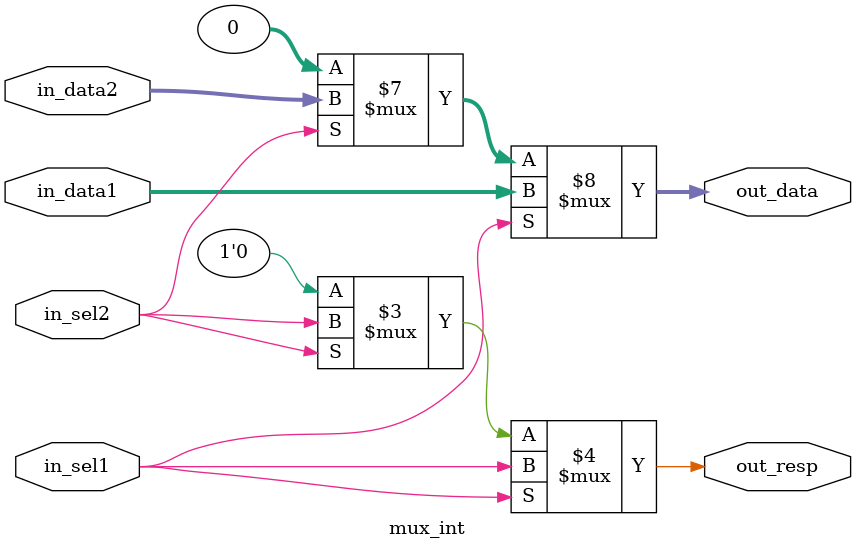
<source format=v>
module mux_int(out_data, out_resp, in_data1, in_data2, in_sel1, in_sel2);
   
   output [0:31] out_data;
   output        out_resp;
   
   input [0:31]  in_data1, in_data2;
   input  	 in_sel1,  in_sel2;
   
   assign 	 out_resp = //out_data outputs a response indicating valid data
		 (in_sel1 != 1'b0) ? in_sel1 :
		 (in_sel2 != 1'b0) ? in_sel2 :
		 1'b0;
      // 00 -> 0  01 -> 1  10 -> 1  11 -> 1
   assign 	 out_data[0:31] = 
		 (in_sel1 != 1'b0) ? in_data1 :
		 (in_sel2 != 1'b0) ? in_data2 :
		 32'b0;

endmodule // mux_int



</source>
